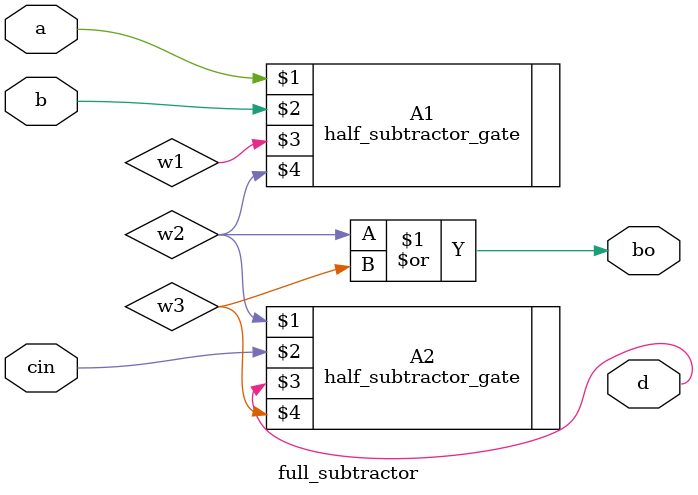
<source format=v>
module full_subtractor(input a,b,cin,output d,bo);
    wire w1,w2,w3;
    half_subtractor_gate A1(a,b,w1,w2);
    half_subtractor_gate A2(w2,cin,d,w3);
    or(bo,w2,w3);
endmodule
</source>
